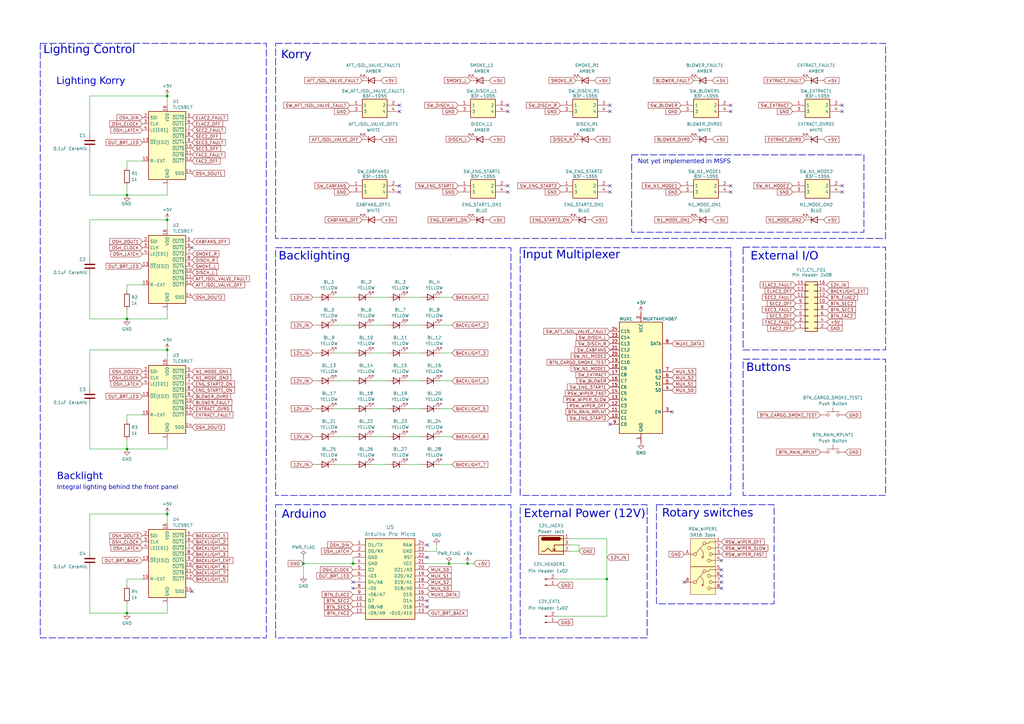
<source format=kicad_sch>
(kicad_sch (version 20231120) (generator "eeschema") (generator_version "8.0")
  (paper "A3")
  (title_block (title "CARGO HEAT Panel") (date "2024-12-08") (rev "V1.0") (company "S.K."))
  (junction (at 52.07 184.15))
  (junction (at 68.58 210.82))
  (junction (at 184.15 231.14))
  (junction (at 68.58 143.51))
  (junction (at 144.78 231.14))
  (junction (at 124.46 231.14))
  (junction (at 52.07 130.81))
  (junction (at 68.58 90.17))
  (junction (at 68.58 39.37))
  (junction (at 52.07 251.46))
  (junction (at 248.92 237.49))
  (junction (at 191.77 231.14))
  (junction (at 52.07 80.01))
  (no_connect (at 175.26 246.38))
  (no_connect (at 175.26 228.6))
  (no_connect (at 208.28 45.72))
  (no_connect (at 144.78 238.76))
  (no_connect (at 299.72 43.18))
  (no_connect (at 280.67 238.76))
  (no_connect (at 299.72 78.74))
  (no_connect (at 208.28 43.18))
  (no_connect (at 299.72 45.72))
  (no_connect (at 345.44 78.74))
  (no_connect (at 299.72 76.2))
  (no_connect (at 275.59 168.91))
  (no_connect (at 175.26 223.52))
  (no_connect (at 250.19 173.99))
  (no_connect (at 208.28 78.74))
  (no_connect (at 295.91 241.3))
  (no_connect (at 208.28 76.2))
  (no_connect (at 250.19 43.18))
  (no_connect (at 163.83 43.18))
  (no_connect (at 345.44 45.72))
  (no_connect (at 175.26 248.92))
  (no_connect (at 163.83 78.74))
  (no_connect (at 144.78 241.3))
  (no_connect (at 295.91 233.68))
  (no_connect (at 345.44 43.18))
  (no_connect (at 295.91 238.76))
  (no_connect (at 250.19 76.2))
  (no_connect (at 78.74 101.6))
  (no_connect (at 295.91 229.87))
  (no_connect (at 163.83 76.2))
  (no_connect (at 295.91 236.22))
  (no_connect (at 163.83 45.72))
  (no_connect (at 250.19 78.74))
  (no_connect (at 78.74 242.57))
  (no_connect (at 250.19 45.72))
  (no_connect (at 345.44 76.2))
  (wire (pts (xy 52.07 127) (xy 52.07 130.81)))
  (wire (pts (xy 248.92 220.98) (xy 248.92 237.49)))
  (wire (pts (xy 36.83 184.15) (xy 52.07 184.15)))
  (wire (pts (xy 137.16 133.35) (xy 144.78 133.35)))
  (wire (pts (xy 152.4 121.92) (xy 158.75 121.92)))
  (wire (pts (xy 180.34 156.21) (xy 185.42 156.21)))
  (wire (pts (xy 180.34 167.64) (xy 185.42 167.64)))
  (wire (pts (xy 52.07 80.01) (xy 68.58 80.01)))
  (wire (pts (xy 52.07 116.84) (xy 52.07 119.38)))
  (wire (pts (xy 36.83 80.01) (xy 52.07 80.01)))
  (wire (pts (xy 36.83 113.03) (xy 36.83 130.81)))
  (wire (pts (xy 129.54 156.21) (xy 128.27 156.21)))
  (wire (pts (xy 36.83 210.82) (xy 68.58 210.82)))
  (wire (pts (xy 68.58 90.17) (xy 68.58 93.98)))
  (wire (pts (xy 152.4 167.64) (xy 158.75 167.64)))
  (wire (pts (xy 36.83 251.46) (xy 52.07 251.46)))
  (wire (pts (xy 52.07 184.15) (xy 68.58 184.15)))
  (wire (pts (xy 233.68 220.98) (xy 248.92 220.98)))
  (wire (pts (xy 36.83 130.81) (xy 52.07 130.81)))
  (wire (pts (xy 68.58 80.01) (xy 68.58 76.2)))
  (wire (pts (xy 52.07 76.2) (xy 52.07 80.01)))
  (wire (pts (xy 36.83 39.37) (xy 36.83 54.61)))
  (wire (pts (xy 233.68 226.06) (xy 237.49 226.06)))
  (wire (pts (xy 180.34 179.07) (xy 185.42 179.07)))
  (wire (pts (xy 124.46 231.14) (xy 144.78 231.14)))
  (wire (pts (xy 179.07 226.06) (xy 179.07 223.52)))
  (wire (pts (xy 124.46 228.6) (xy 124.46 231.14)))
  (wire (pts (xy 180.34 121.92) (xy 185.42 121.92)))
  (wire (pts (xy 228.6 237.49) (xy 248.92 237.49)))
  (wire (pts (xy 128.27 121.92) (xy 129.54 121.92)))
  (wire (pts (xy 137.16 179.07) (xy 144.78 179.07)))
  (wire (pts (xy 58.42 66.04) (xy 52.07 66.04)))
  (wire (pts (xy 52.07 247.65) (xy 52.07 251.46)))
  (wire (pts (xy 237.49 223.52) (xy 237.49 226.06)))
  (wire (pts (xy 52.07 180.34) (xy 52.07 184.15)))
  (wire (pts (xy 137.16 121.92) (xy 144.78 121.92)))
  (wire (pts (xy 137.16 156.21) (xy 144.78 156.21)))
  (wire (pts (xy 152.4 179.07) (xy 158.75 179.07)))
  (wire (pts (xy 166.37 133.35) (xy 172.72 133.35)))
  (wire (pts (xy 166.37 121.92) (xy 172.72 121.92)))
  (wire (pts (xy 68.58 130.81) (xy 68.58 127)))
  (wire (pts (xy 58.42 116.84) (xy 52.07 116.84)))
  (wire (pts (xy 175.26 226.06) (xy 179.07 226.06)))
  (wire (pts (xy 68.58 143.51) (xy 68.58 147.32)))
  (wire (pts (xy 36.83 166.37) (xy 36.83 184.15)))
  (wire (pts (xy 152.4 156.21) (xy 158.75 156.21)))
  (wire (pts (xy 36.83 62.23) (xy 36.83 80.01)))
  (wire (pts (xy 124.46 236.22) (xy 124.46 231.14)))
  (wire (pts (xy 129.54 133.35) (xy 128.27 133.35)))
  (wire (pts (xy 180.34 133.35) (xy 185.42 133.35)))
  (wire (pts (xy 52.07 237.49) (xy 52.07 240.03)))
  (wire (pts (xy 166.37 190.5) (xy 172.72 190.5)))
  (wire (pts (xy 152.4 133.35) (xy 158.75 133.35)))
  (wire (pts (xy 175.26 231.14) (xy 184.15 231.14)))
  (wire (pts (xy 68.58 39.37) (xy 68.58 43.18)))
  (wire (pts (xy 129.54 179.07) (xy 128.27 179.07)))
  (wire (pts (xy 166.37 156.21) (xy 172.72 156.21)))
  (wire (pts (xy 58.42 170.18) (xy 52.07 170.18)))
  (wire (pts (xy 180.34 190.5) (xy 185.42 190.5)))
  (wire (pts (xy 233.68 223.52) (xy 237.49 223.52)))
  (wire (pts (xy 36.83 143.51) (xy 36.83 158.75)))
  (wire (pts (xy 248.92 252.73) (xy 248.92 237.49)))
  (wire (pts (xy 137.16 167.64) (xy 144.78 167.64)))
  (wire (pts (xy 52.07 66.04) (xy 52.07 68.58)))
  (wire (pts (xy 52.07 170.18) (xy 52.07 172.72)))
  (wire (pts (xy 68.58 184.15) (xy 68.58 180.34)))
  (wire (pts (xy 36.83 143.51) (xy 68.58 143.51)))
  (wire (pts (xy 36.83 210.82) (xy 36.83 226.06)))
  (wire (pts (xy 152.4 144.78) (xy 158.75 144.78)))
  (wire (pts (xy 36.83 233.68) (xy 36.83 251.46)))
  (wire (pts (xy 184.15 231.14) (xy 191.77 231.14)))
  (wire (pts (xy 191.77 231.14) (xy 194.31 231.14)))
  (wire (pts (xy 36.83 39.37) (xy 68.58 39.37)))
  (wire (pts (xy 166.37 144.78) (xy 172.72 144.78)))
  (wire (pts (xy 152.4 190.5) (xy 158.75 190.5)))
  (wire (pts (xy 129.54 190.5) (xy 128.27 190.5)))
  (wire (pts (xy 137.16 190.5) (xy 144.78 190.5)))
  (wire (pts (xy 166.37 167.64) (xy 172.72 167.64)))
  (wire (pts (xy 52.07 130.81) (xy 68.58 130.81)))
  (wire (pts (xy 68.58 210.82) (xy 68.58 214.63)))
  (wire (pts (xy 36.83 90.17) (xy 36.83 105.41)))
  (wire (pts (xy 228.6 252.73) (xy 248.92 252.73)))
  (wire (pts (xy 166.37 179.07) (xy 172.72 179.07)))
  (wire (pts (xy 144.78 228.6) (xy 144.78 231.14)))
  (wire (pts (xy 180.34 144.78) (xy 185.42 144.78)))
  (wire (pts (xy 68.58 251.46) (xy 68.58 247.65)))
  (wire (pts (xy 36.83 90.17) (xy 68.58 90.17)))
  (wire (pts (xy 129.54 167.64) (xy 128.27 167.64)))
  (wire (pts (xy 129.54 144.78) (xy 128.27 144.78)))
  (wire (pts (xy 137.16 144.78) (xy 144.78 144.78)))
  (wire (pts (xy 58.42 237.49) (xy 52.07 237.49)))
  (wire (pts (xy 52.07 251.46) (xy 68.58 251.46)))
  (rectangle (start 213.36 207.01) (end 265.43 261.62) (stroke (width 0.254) (type dash)))
  (rectangle (start 16.51 17.78) (end 109.22 261.62) (stroke (width 0.254) (type dash)))
  (rectangle (start 269.24 207.01) (end 317.5 247.65) (stroke (width 0.254) (type dash)))
  (rectangle (start 213.36 101.6) (end 299.72 203.2) (stroke (width 0.254) (type dash)))
  (rectangle (start 113.0299 101.6) (end 209.55 203.2) (stroke (width 0.254) (type dash)))
  (rectangle (start 113.03 207.01) (end 209.55 261.62) (stroke (width 0.254) (type dash)))
  (rectangle (start 304.8 101.3834) (end 363.22 143.51) (stroke (width 0.254) (type dash)))
  (rectangle (start 259.08 63.5) (end 354.33 95.25) (stroke (width 0.254) (type dash)))
  (rectangle (start 113.03 17.78) (end 363.22 97.79) (stroke (width 0.254) (type dash)))
  (rectangle (start 304.8 147.32) (end 363.22 203.2) (stroke (width 0.254) (type dash)))
  (text "Backlighting" (at 114.3 104.14 0) (effects (font (size 3.3782 3.3782)) (justify left top)))
  (text "Buttons" (at 306.07 149.86 0) (effects (font (size 3.3782 3.3782)) (justify left top)))
  (text "Arduino" (at 115.57 210.058 0) (effects (font (size 3.3782 3.3782)) (justify left top)))
  (text "Not yet implemented in MSFS" (at 261.62 65.786 0) (effects (font (size 1.8288 1.8288)) (justify left top)))
  (text "Korry" (at 115.316 21.59 0) (effects (font (size 3.3782 3.3782)) (justify left top)))
  (text "Input Multiplexer" (at 214.376 103.632 0) (effects (font (size 3.3782 3.3782)) (justify left top)))
  (text "External I/O" (at 307.848 104.14 0) (effects (font (size 3.3782 3.3782)) (justify left top)))
  (text "External Power (12V)" (at 214.884 209.804 0) (effects (font (size 3.3782 3.3782)) (justify left top)))
  (text "Lighting Korry" (at 23.114 32.512 0) (effects (font (size 2.8956 2.8956)) (justify left top)))
  (text "Lighting Control" (at 17.78 19.4818 0) (effects (font (size 3.3782 3.3782)) (justify left top)))
  (text "Integral lighting behind the front panel" (at 23.368 199.4408 0) (effects (font (size 1.8288 1.8288)) (justify left top)))
  (text "Backlight" (at 23.368 194.564 0) (effects (font (size 2.8956 2.8956)) (justify left top)))
  (text "Rotary switches" (at 271.526 209.55 0) (effects (font (size 3.3782 3.3782)) (justify left top)))
  (global_label "OSH_LATCH" (shape input) (at 144.78 226.06 180) (property "Intersheetrefs" "${INTERSHEET_REFS}" (effects (hide yes))))
  (global_label "+5V" (shape input) (at 337.82 57.15 0) (property "Intersheetrefs" "${INTERSHEET_REFS}" (effects (hide yes))))
  (global_label "12V_IN" (shape input) (at 128.27 167.64 180) (property "Intersheetrefs" "${INTERSHEET_REFS}" (effects (hide yes))))
  (global_label "SW_DISCH_L" (shape input) (at 250.19 138.43 180) (property "Intersheetrefs" "${INTERSHEET_REFS}" (effects (hide yes))))
  (global_label "RSW_WIPER_FAST" (shape input) (at 250.19 161.29 180) (property "Intersheetrefs" "${INTERSHEET_REFS}" (effects (hide yes))))
  (global_label "GND" (shape input) (at 187.96 45.72 180) (property "Intersheetrefs" "${INTERSHEET_REFS}" (effects (hide yes))))
  (global_label "MUX1_DATA" (shape input) (at 275.59 140.97 0) (property "Intersheetrefs" "${INTERSHEET_REFS}" (effects (hide yes))))
  (global_label "GND" (shape input) (at 124.46 231.14 180) (property "Intersheetrefs" "${INTERSHEET_REFS}" (effects (hide yes))))
  (global_label "GND" (shape input) (at 279.4 45.72 180) (property "Intersheetrefs" "${INTERSHEET_REFS}" (effects (hide yes))))
  (global_label "GND" (shape input) (at 339.09 134.62 0) (property "Intersheetrefs" "${INTERSHEET_REFS}" (effects (hide yes))))
  (global_label "RSW_WIPER_OFF" (shape input) (at 250.19 166.37 180) (property "Intersheetrefs" "${INTERSHEET_REFS}" (effects (hide yes))))
  (global_label "SW_N1_MODE2" (shape input) (at 250.19 146.05 180) (property "Intersheetrefs" "${INTERSHEET_REFS}" (effects (hide yes))))
  (global_label "OUT_BRT_LED" (shape input) (at 144.78 236.22 180) (property "Intersheetrefs" "${INTERSHEET_REFS}" (effects (hide yes))))
  (global_label "N1_MODE_ON2" (shape input) (at 330.2 90.17 180) (property "Intersheetrefs" "${INTERSHEET_REFS}" (effects (hide yes))))
  (global_label "RSW_WIPER_OFF" (shape input) (at 295.91 222.25 0) (property "Intersheetrefs" "${INTERSHEET_REFS}" (effects (hide yes))))
  (global_label "+5V" (shape input) (at 337.82 90.17 0) (property "Intersheetrefs" "${INTERSHEET_REFS}" (effects (hide yes))))
  (global_label "OSH_DOUT3" (shape input) (at 78.74 175.26 0) (property "Intersheetrefs" "${INTERSHEET_REFS}" (effects (hide yes))))
  (global_label "BTN_SEC3" (shape input) (at 144.78 248.92 180) (property "Intersheetrefs" "${INTERSHEET_REFS}" (effects (hide yes))))
  (global_label "+5V" (shape input) (at 156.21 90.17 0) (property "Intersheetrefs" "${INTERSHEET_REFS}" (effects (hide yes))))
  (global_label "ENG_START2_ON" (shape input) (at 78.74 157.48 0) (property "Intersheetrefs" "${INTERSHEET_REFS}" (effects (hide yes))))
  (global_label "+5V" (shape input) (at 339.09 132.08 0) (property "Intersheetrefs" "${INTERSHEET_REFS}" (effects (hide yes))))
  (global_label "MUX_S2" (shape input) (at 175.26 238.76 0) (property "Intersheetrefs" "${INTERSHEET_REFS}" (effects (hide yes))))
  (global_label "SW_ENG_START1" (shape input) (at 187.96 76.2 180) (property "Intersheetrefs" "${INTERSHEET_REFS}" (effects (hide yes))))
  (global_label "SW_N1_MODE2" (shape input) (at 325.12 76.2 180) (property "Intersheetrefs" "${INTERSHEET_REFS}" (effects (hide yes))))
  (global_label "AFT_ISOL_VALVE_FAULT" (shape input) (at 148.59 33.02 180) (property "Intersheetrefs" "${INTERSHEET_REFS}" (effects (hide yes))))
  (global_label "ELAC2_OFF" (shape input) (at 78.74 50.8 0) (property "Intersheetrefs" "${INTERSHEET_REFS}" (effects (hide yes))))
  (global_label "12V_IN" (shape input) (at 339.09 116.84 0) (property "Intersheetrefs" "${INTERSHEET_REFS}" (effects (hide yes))))
  (global_label "BACKLIGHT_3" (shape input) (at 185.42 144.78 0) (property "Intersheetrefs" "${INTERSHEET_REFS}" (effects (hide yes))))
  (global_label "SMOKE_R" (shape input) (at 236.22 33.02 180) (property "Intersheetrefs" "${INTERSHEET_REFS}" (effects (hide yes))))
  (global_label "+5V" (shape input) (at 200.66 57.15 0) (property "Intersheetrefs" "${INTERSHEET_REFS}" (effects (hide yes))))
  (global_label "GND" (shape input) (at 228.6 240.03 0) (property "Intersheetrefs" "${INTERSHEET_REFS}" (effects (hide yes))))
  (global_label "BACKLIGHT_4" (shape input) (at 78.74 224.79 0) (property "Intersheetrefs" "${INTERSHEET_REFS}" (effects (hide yes))))
  (global_label "BACKLIGHT_1" (shape input) (at 185.42 121.92 0) (property "Intersheetrefs" "${INTERSHEET_REFS}" (effects (hide yes))))
  (global_label "BTN_ELAC2" (shape input) (at 339.09 121.92 0) (property "Intersheetrefs" "${INTERSHEET_REFS}" (effects (hide yes))))
  (global_label "+5V" (shape input) (at 156.21 33.02 0) (property "Intersheetrefs" "${INTERSHEET_REFS}" (effects (hide yes))))
  (global_label "N1_MODE_ON1" (shape input) (at 284.48 90.17 180) (property "Intersheetrefs" "${INTERSHEET_REFS}" (effects (hide yes))))
  (global_label "AFT_ISOL_VALVE_OFF" (shape input) (at 148.59 57.15 180) (property "Intersheetrefs" "${INTERSHEET_REFS}" (effects (hide yes))))
  (global_label "+5V" (shape input) (at 292.1 57.15 0) (property "Intersheetrefs" "${INTERSHEET_REFS}" (effects (hide yes))))
  (global_label "DISCH_L" (shape input) (at 193.04 57.15 180) (property "Intersheetrefs" "${INTERSHEET_REFS}" (effects (hide yes))))
  (global_label "+5V" (shape input) (at 243.84 33.02 0) (property "Intersheetrefs" "${INTERSHEET_REFS}" (effects (hide yes))))
  (global_label "FAC2_OFF" (shape input) (at 326.39 134.62 180) (property "Intersheetrefs" "${INTERSHEET_REFS}" (effects (hide yes))))
  (global_label "ENG_START1_ON" (shape input) (at 78.74 160.02 0) (property "Intersheetrefs" "${INTERSHEET_REFS}" (effects (hide yes))))
  (global_label "OUT_BRT_BACK" (shape input) (at 175.26 251.46 0) (property "Intersheetrefs" "${INTERSHEET_REFS}" (effects (hide yes))))
  (global_label "SW_N1_MODE1" (shape input) (at 250.19 151.13 180) (property "Intersheetrefs" "${INTERSHEET_REFS}" (effects (hide yes))))
  (global_label "SW_ENG_START2" (shape input) (at 250.19 171.45 180) (property "Intersheetrefs" "${INTERSHEET_REFS}" (effects (hide yes))))
  (global_label "SW_ENG_START1" (shape input) (at 250.19 158.75 180) (property "Intersheetrefs" "${INTERSHEET_REFS}" (effects (hide yes))))
  (global_label "AFT_ISOL_VALVE_FAULT" (shape input) (at 78.74 114.3 0) (property "Intersheetrefs" "${INTERSHEET_REFS}" (effects (hide yes))))
  (global_label "CABFANS_OFF" (shape input) (at 148.59 90.17 180) (property "Intersheetrefs" "${INTERSHEET_REFS}" (effects (hide yes))))
  (global_label "+5V" (shape input) (at 200.66 33.02 0) (property "Intersheetrefs" "${INTERSHEET_REFS}" (effects (hide yes))))
  (global_label "BTN_SEC2" (shape input) (at 339.09 124.46 0) (property "Intersheetrefs" "${INTERSHEET_REFS}" (effects (hide yes))))
  (global_label "GND" (shape input) (at 229.87 45.72 180) (property "Intersheetrefs" "${INTERSHEET_REFS}" (effects (hide yes))))
  (global_label "12V_IN" (shape input) (at 248.92 228.6 0) (property "Intersheetrefs" "${INTERSHEET_REFS}" (effects (hide yes))))
  (global_label "BACKLIGHT_EXT" (shape input) (at 339.09 119.38 0) (property "Intersheetrefs" "${INTERSHEET_REFS}" (effects (hide yes))))
  (global_label "SMOKE_L" (shape input) (at 78.74 109.22 0) (property "Intersheetrefs" "${INTERSHEET_REFS}" (effects (hide yes))))
  (global_label "SEC2_FAULT" (shape input) (at 326.39 121.92 180) (property "Intersheetrefs" "${INTERSHEET_REFS}" (effects (hide yes))))
  (global_label "SEC3_FAULT" (shape input) (at 78.74 58.42 0) (property "Intersheetrefs" "${INTERSHEET_REFS}" (effects (hide yes))))
  (global_label "+5V" (shape input) (at 243.84 57.15 0) (property "Intersheetrefs" "${INTERSHEET_REFS}" (effects (hide yes))))
  (global_label "12V_IN" (shape input) (at 128.27 121.92 180) (property "Intersheetrefs" "${INTERSHEET_REFS}" (effects (hide yes))))
  (global_label "BACKLIGHT_6" (shape input) (at 185.42 179.07 0) (property "Intersheetrefs" "${INTERSHEET_REFS}" (effects (hide yes))))
  (global_label "BTN_FAC2" (shape input) (at 144.78 251.46 180) (property "Intersheetrefs" "${INTERSHEET_REFS}" (effects (hide yes))))
  (global_label "GND" (shape input) (at 279.4 78.74 180) (property "Intersheetrefs" "${INTERSHEET_REFS}" (effects (hide yes))))
  (global_label "OSH_LATCH" (shape input) (at 58.42 224.79 180) (property "Intersheetrefs" "${INTERSHEET_REFS}" (effects (hide yes))))
  (global_label "MUX_S2" (shape input) (at 275.59 154.94 0) (property "Intersheetrefs" "${INTERSHEET_REFS}" (effects (hide yes))))
  (global_label "OSH_LATCH" (shape input) (at 58.42 53.34 180) (property "Intersheetrefs" "${INTERSHEET_REFS}" (effects (hide yes))))
  (global_label "SW_EXTRACT" (shape input) (at 250.19 153.67 180) (property "Intersheetrefs" "${INTERSHEET_REFS}" (effects (hide yes))))
  (global_label "DISCH_L" (shape input) (at 78.74 111.76 0) (property "Intersheetrefs" "${INTERSHEET_REFS}" (effects (hide yes))))
  (global_label "SW_ENG_START2" (shape input) (at 229.87 76.2 180) (property "Intersheetrefs" "${INTERSHEET_REFS}" (effects (hide yes))))
  (global_label "GND" (shape input) (at 143.51 78.74 180) (property "Intersheetrefs" "${INTERSHEET_REFS}" (effects (hide yes))))
  (global_label "BTN_RAIN_RPLNT" (shape input) (at 336.55 185.42 180) (property "Intersheetrefs" "${INTERSHEET_REFS}" (effects (hide yes))))
  (global_label "ENG_START2_ON" (shape input) (at 234.95 90.17 180) (property "Intersheetrefs" "${INTERSHEET_REFS}" (effects (hide yes))))
  (global_label "+5V" (shape input) (at 337.82 33.02 0) (property "Intersheetrefs" "${INTERSHEET_REFS}" (effects (hide yes))))
  (global_label "SW_N1_MODE1" (shape input) (at 279.4 76.2 180) (property "Intersheetrefs" "${INTERSHEET_REFS}" (effects (hide yes))))
  (global_label "+5V" (shape input) (at 292.1 90.17 0) (property "Intersheetrefs" "${INTERSHEET_REFS}" (effects (hide yes))))
  (global_label "BACKLIGHT_1" (shape input) (at 78.74 219.71 0) (property "Intersheetrefs" "${INTERSHEET_REFS}" (effects (hide yes))))
  (global_label "DISCH_R" (shape input) (at 236.22 57.15 180) (property "Intersheetrefs" "${INTERSHEET_REFS}" (effects (hide yes))))
  (global_label "BACKLIGHT_7" (shape input) (at 78.74 234.95 0) (property "Intersheetrefs" "${INTERSHEET_REFS}" (effects (hide yes))))
  (global_label "SEC3_OFF" (shape input) (at 78.74 60.96 0) (property "Intersheetrefs" "${INTERSHEET_REFS}" (effects (hide yes))))
  (global_label "12V_IN" (shape input) (at 128.27 144.78 180) (property "Intersheetrefs" "${INTERSHEET_REFS}" (effects (hide yes))))
  (global_label "GND" (shape input) (at 228.6 255.27 0) (property "Intersheetrefs" "${INTERSHEET_REFS}" (effects (hide yes))))
  (global_label "OSH_DOUT3" (shape input) (at 58.42 219.71 180) (property "Intersheetrefs" "${INTERSHEET_REFS}" (effects (hide yes))))
  (global_label "GND" (shape input) (at 325.12 78.74 180) (property "Intersheetrefs" "${INTERSHEET_REFS}" (effects (hide yes))))
  (global_label "BTN_SEC3" (shape input) (at 339.09 127 0) (property "Intersheetrefs" "${INTERSHEET_REFS}" (effects (hide yes))))
  (global_label "+5V" (shape input) (at 194.31 231.14 0) (property "Intersheetrefs" "${INTERSHEET_REFS}" (effects (hide yes))))
  (global_label "EXTRACT_FAULT" (shape input) (at 330.2 33.02 180) (property "Intersheetrefs" "${INTERSHEET_REFS}" (effects (hide yes))))
  (global_label "OUT_BRT_BACK" (shape input) (at 58.42 229.87 180) (property "Intersheetrefs" "${INTERSHEET_REFS}" (effects (hide yes))))
  (global_label "OSH_CLOCK" (shape input) (at 58.42 101.6 180) (property "Intersheetrefs" "${INTERSHEET_REFS}" (effects (hide yes))))
  (global_label "FAC2_OFF" (shape input) (at 78.74 66.04 0) (property "Intersheetrefs" "${INTERSHEET_REFS}" (effects (hide yes))))
  (global_label "MUX_S3" (shape input) (at 275.59 152.4 0) (property "Intersheetrefs" "${INTERSHEET_REFS}" (effects (hide yes))))
  (global_label "MUX1_DATA" (shape input) (at 175.26 243.84 0) (property "Intersheetrefs" "${INTERSHEET_REFS}" (effects (hide yes))))
  (global_label "RSW_WIPER_FAST" (shape input) (at 295.91 227.33 0) (property "Intersheetrefs" "${INTERSHEET_REFS}" (effects (hide yes))))
  (global_label "DISCH_R" (shape input) (at 78.74 106.68 0) (property "Intersheetrefs" "${INTERSHEET_REFS}" (effects (hide yes))))
  (global_label "12V_IN" (shape input) (at 128.27 133.35 180) (property "Intersheetrefs" "${INTERSHEET_REFS}" (effects (hide yes))))
  (global_label "SW_DISCH_R" (shape input) (at 229.87 43.18 180) (property "Intersheetrefs" "${INTERSHEET_REFS}" (effects (hide yes))))
  (global_label "ELAC2_OFF" (shape input) (at 326.39 119.38 180) (property "Intersheetrefs" "${INTERSHEET_REFS}" (effects (hide yes))))
  (global_label "MUX_S0" (shape input) (at 175.26 233.68 0) (property "Intersheetrefs" "${INTERSHEET_REFS}" (effects (hide yes))))
  (global_label "N1_MODE_ON2" (shape input) (at 78.74 154.94 0) (property "Intersheetrefs" "${INTERSHEET_REFS}" (effects (hide yes))))
  (global_label "ELAC2_FAULT" (shape input) (at 78.74 48.26 0) (property "Intersheetrefs" "${INTERSHEET_REFS}" (effects (hide yes))))
  (global_label "GND" (shape input) (at 229.87 78.74 180) (property "Intersheetrefs" "${INTERSHEET_REFS}" (effects (hide yes))))
  (global_label "OSH_DIN" (shape input) (at 58.42 48.26 180) (property "Intersheetrefs" "${INTERSHEET_REFS}" (effects (hide yes))))
  (global_label "BLOWER_FAULT" (shape input) (at 284.48 33.02 180) (property "Intersheetrefs" "${INTERSHEET_REFS}" (effects (hide yes))))
  (global_label "FAC2_FAULT" (shape input) (at 326.39 132.08 180) (property "Intersheetrefs" "${INTERSHEET_REFS}" (effects (hide yes))))
  (global_label "12V_IN" (shape input) (at 128.27 156.21 180) (property "Intersheetrefs" "${INTERSHEET_REFS}" (effects (hide yes))))
  (global_label "OSH_CLOCK" (shape input) (at 144.78 233.68 180) (property "Intersheetrefs" "${INTERSHEET_REFS}" (effects (hide yes))))
  (global_label "OSH_DOUT2" (shape input) (at 58.42 152.4 180) (property "Intersheetrefs" "${INTERSHEET_REFS}" (effects (hide yes))))
  (global_label "BLOWER_OVRD" (shape input) (at 284.48 57.15 180) (property "Intersheetrefs" "${INTERSHEET_REFS}" (effects (hide yes))))
  (global_label "MUX_S0" (shape input) (at 275.59 160.02 0) (property "Intersheetrefs" "${INTERSHEET_REFS}" (effects (hide yes))))
  (global_label "BACKLIGHT_EXT" (shape input) (at 78.74 229.87 0) (property "Intersheetrefs" "${INTERSHEET_REFS}" (effects (hide yes))))
  (global_label "EXTRACT_OVRD" (shape input) (at 330.2 57.15 180) (property "Intersheetrefs" "${INTERSHEET_REFS}" (effects (hide yes))))
  (global_label "SMOKE_R" (shape input) (at 78.74 104.14 0) (property "Intersheetrefs" "${INTERSHEET_REFS}" (effects (hide yes))))
  (global_label "OSH_DOUT1" (shape input) (at 78.74 71.12 0) (property "Intersheetrefs" "${INTERSHEET_REFS}" (effects (hide yes))))
  (global_label "MUX_S1" (shape input) (at 175.26 236.22 0) (property "Intersheetrefs" "${INTERSHEET_REFS}" (effects (hide yes))))
  (global_label "SEC2_FAULT" (shape input) (at 78.74 53.34 0) (property "Intersheetrefs" "${INTERSHEET_REFS}" (effects (hide yes))))
  (global_label "BTN_ELAC2" (shape input) (at 144.78 243.84 180) (property "Intersheetrefs" "${INTERSHEET_REFS}" (effects (hide yes))))
  (global_label "SW_AFT_ISOL_VALVE_FAULT" (shape input) (at 250.19 135.89 180) (property "Intersheetrefs" "${INTERSHEET_REFS}" (effects (hide yes))))
  (global_label "OSH_DOUT1" (shape input) (at 58.42 99.06 180) (property "Intersheetrefs" "${INTERSHEET_REFS}" (effects (hide yes))))
  (global_label "GND" (shape input) (at 346.71 185.42 0) (property "Intersheetrefs" "${INTERSHEET_REFS}" (effects (hide yes))))
  (global_label "GND" (shape input) (at 325.12 45.72 180) (property "Intersheetrefs" "${INTERSHEET_REFS}" (effects (hide yes))))
  (global_label "ENG_START1_ON" (shape input) (at 193.04 90.17 180) (property "Intersheetrefs" "${INTERSHEET_REFS}" (effects (hide yes))))
  (global_label "+5V" (shape input) (at 156.21 57.15 0) (property "Intersheetrefs" "${INTERSHEET_REFS}" (effects (hide yes))))
  (global_label "MUX_S1" (shape input) (at 275.59 157.48 0) (property "Intersheetrefs" "${INTERSHEET_REFS}" (effects (hide yes))))
  (global_label "OSH_DOUT2" (shape input) (at 78.74 121.92 0) (property "Intersheetrefs" "${INTERSHEET_REFS}" (effects (hide yes))))
  (global_label "OSH_LATCH" (shape input) (at 58.42 157.48 180) (property "Intersheetrefs" "${INTERSHEET_REFS}" (effects (hide yes))))
  (global_label "+5V" (shape input) (at 292.1 33.02 0) (property "Intersheetrefs" "${INTERSHEET_REFS}" (effects (hide yes))))
  (global_label "GND" (shape input) (at 187.96 78.74 180) (property "Intersheetrefs" "${INTERSHEET_REFS}" (effects (hide yes))))
  (global_label "BACKLIGHT_5" (shape input) (at 78.74 237.49 0) (property "Intersheetrefs" "${INTERSHEET_REFS}" (effects (hide yes))))
  (global_label "OUT_BRT_LED" (shape input) (at 58.42 162.56 180) (property "Intersheetrefs" "${INTERSHEET_REFS}" (effects (hide yes))))
  (global_label "BTN_CARGO_SMOKE_TEST" (shape input) (at 250.19 148.59 180) (property "Intersheetrefs" "${INTERSHEET_REFS}" (effects (hide yes))))
  (global_label "EXTRACT_FAULT" (shape input) (at 78.74 170.18 0) (property "Intersheetrefs" "${INTERSHEET_REFS}" (effects (hide yes))))
  (global_label "N1_MODE_ON1" (shape input) (at 78.74 152.4 0) (property "Intersheetrefs" "${INTERSHEET_REFS}" (effects (hide yes))))
  (global_label "SW_BLOWER" (shape input) (at 250.19 156.21 180) (property "Intersheetrefs" "${INTERSHEET_REFS}" (effects (hide yes))))
  (global_label "OSH_CLOCK" (shape input) (at 58.42 222.25 180) (property "Intersheetrefs" "${INTERSHEET_REFS}" (effects (hide yes))))
  (global_label "SW_CABFANS" (shape input) (at 143.51 76.2 180) (property "Intersheetrefs" "${INTERSHEET_REFS}" (effects (hide yes))))
  (global_label "BTN_FAC2" (shape input) (at 339.09 129.54 0) (property "Intersheetrefs" "${INTERSHEET_REFS}" (effects (hide yes))))
  (global_label "CABFANS_OFF" (shape input) (at 78.74 99.06 0) (property "Intersheetrefs" "${INTERSHEET_REFS}" (effects (hide yes))))
  (global_label "BACKLIGHT_7" (shape input) (at 185.42 190.5 0) (property "Intersheetrefs" "${INTERSHEET_REFS}" (effects (hide yes))))
  (global_label "OUT_BRT_LED" (shape input) (at 58.42 58.42 180) (property "Intersheetrefs" "${INTERSHEET_REFS}" (effects (hide yes))))
  (global_label "BACKLIGHT_2" (shape input) (at 78.74 222.25 0) (property "Intersheetrefs" "${INTERSHEET_REFS}" (effects (hide yes))))
  (global_label "+5V" (shape input) (at 200.66 90.17 0) (property "Intersheetrefs" "${INTERSHEET_REFS}" (effects (hide yes))))
  (global_label "BTN_SEC2" (shape input) (at 144.78 246.38 180) (property "Intersheetrefs" "${INTERSHEET_REFS}" (effects (hide yes))))
  (global_label "BACKLIGHT_5" (shape input) (at 185.42 167.64 0) (property "Intersheetrefs" "${INTERSHEET_REFS}" (effects (hide yes))))
  (global_label "GND" (shape input) (at 237.49 226.06 0) (property "Intersheetrefs" "${INTERSHEET_REFS}" (effects (hide yes))))
  (global_label "OUT_BRT_LED" (shape input) (at 58.42 109.22 180) (property "Intersheetrefs" "${INTERSHEET_REFS}" (effects (hide yes))))
  (global_label "BLOWER_OVRD" (shape input) (at 78.74 162.56 0) (property "Intersheetrefs" "${INTERSHEET_REFS}" (effects (hide yes))))
  (global_label "SEC2_OFF" (shape input) (at 326.39 124.46 180) (property "Intersheetrefs" "${INTERSHEET_REFS}" (effects (hide yes))))
  (global_label "SW_DISCH_R" (shape input) (at 250.19 140.97 180) (property "Intersheetrefs" "${INTERSHEET_REFS}" (effects (hide yes))))
  (global_label "OSH_CLOCK" (shape input) (at 58.42 50.8 180) (property "Intersheetrefs" "${INTERSHEET_REFS}" (effects (hide yes))))
  (global_label "BACKLIGHT_3" (shape input) (at 78.74 227.33 0) (property "Intersheetrefs" "${INTERSHEET_REFS}" (effects (hide yes))))
  (global_label "12V_IN" (shape input) (at 128.27 190.5 180) (property "Intersheetrefs" "${INTERSHEET_REFS}" (effects (hide yes))))
  (global_label "SEC3_FAULT" (shape input) (at 326.39 127 180) (property "Intersheetrefs" "${INTERSHEET_REFS}" (effects (hide yes))))
  (global_label "BTN_CARGO_SMOKE_TEST" (shape input) (at 336.55 170.18 180) (property "Intersheetrefs" "${INTERSHEET_REFS}" (effects (hide yes))))
  (global_label "+5V" (shape input) (at 242.57 90.17 0) (property "Intersheetrefs" "${INTERSHEET_REFS}" (effects (hide yes))))
  (global_label "SW_EXTRACT" (shape input) (at 325.12 43.18 180) (property "Intersheetrefs" "${INTERSHEET_REFS}" (effects (hide yes))))
  (global_label "BTN_RAIN_RPLNT" (shape input) (at 250.19 168.91 180) (property "Intersheetrefs" "${INTERSHEET_REFS}" (effects (hide yes))))
  (global_label "SW_CABFANS" (shape input) (at 250.19 143.51 180) (property "Intersheetrefs" "${INTERSHEET_REFS}" (effects (hide yes))))
  (global_label "SMOKE_L" (shape input) (at 193.04 33.02 180) (property "Intersheetrefs" "${INTERSHEET_REFS}" (effects (hide yes))))
  (global_label "BACKLIGHT_4" (shape input) (at 185.42 156.21 0) (property "Intersheetrefs" "${INTERSHEET_REFS}" (effects (hide yes))))
  (global_label "OSH_LATCH" (shape input) (at 58.42 104.14 180) (property "Intersheetrefs" "${INTERSHEET_REFS}" (effects (hide yes))))
  (global_label "FAC2_FAULT" (shape input) (at 78.74 63.5 0) (property "Intersheetrefs" "${INTERSHEET_REFS}" (effects (hide yes))))
  (global_label "SW_AFT_ISOL_VALVE_FAULT" (shape input) (at 143.51 43.18 180) (property "Intersheetrefs" "${INTERSHEET_REFS}" (effects (hide yes))))
  (global_label "EXTRACT_OVRD" (shape input) (at 78.74 167.64 0) (property "Intersheetrefs" "${INTERSHEET_REFS}" (effects (hide yes))))
  (global_label "ELAC2_FAULT" (shape input) (at 326.39 116.84 180) (property "Intersheetrefs" "${INTERSHEET_REFS}" (effects (hide yes))))
  (global_label "RSW_WIPER_SLOW" (shape input) (at 295.91 224.79 0) (property "Intersheetrefs" "${INTERSHEET_REFS}" (effects (hide yes))))
  (global_label "GND" (shape input) (at 346.71 170.18 0) (property "Intersheetrefs" "${INTERSHEET_REFS}" (effects (hide yes))))
  (global_label "SW_BLOWER" (shape input) (at 279.4 43.18 180) (property "Intersheetrefs" "${INTERSHEET_REFS}" (effects (hide yes))))
  (global_label "OSH_CLOCK" (shape input) (at 58.42 154.94 180) (property "Intersheetrefs" "${INTERSHEET_REFS}" (effects (hide yes))))
  (global_label "SEC2_OFF" (shape input) (at 78.74 55.88 0) (property "Intersheetrefs" "${INTERSHEET_REFS}" (effects (hide yes))))
  (global_label "AFT_ISOL_VALVE_OFF" (shape input) (at 78.74 116.84 0) (property "Intersheetrefs" "${INTERSHEET_REFS}" (effects (hide yes))))
  (global_label "OSH_DIN" (shape input) (at 144.78 223.52 180) (property "Intersheetrefs" "${INTERSHEET_REFS}" (effects (hide yes))))
  (global_label "BACKLIGHT_6" (shape input) (at 78.74 232.41 0) (property "Intersheetrefs" "${INTERSHEET_REFS}" (effects (hide yes))))
  (global_label "SEC3_OFF" (shape input) (at 326.39 129.54 180) (property "Intersheetrefs" "${INTERSHEET_REFS}" (effects (hide yes))))
  (global_label "12V_IN" (shape input) (at 128.27 179.07 180) (property "Intersheetrefs" "${INTERSHEET_REFS}" (effects (hide yes))))
  (global_label "BLOWER_FAULT" (shape input) (at 78.74 165.1 0) (property "Intersheetrefs" "${INTERSHEET_REFS}" (effects (hide yes))))
  (global_label "BACKLIGHT_2" (shape input) (at 185.42 133.35 0) (property "Intersheetrefs" "${INTERSHEET_REFS}" (effects (hide yes))))
  (global_label "GND" (shape input) (at 143.51 45.72 180) (property "Intersheetrefs" "${INTERSHEET_REFS}" (effects (hide yes))))
  (global_label "GND" (shape input) (at 280.67 227.33 180) (property "Intersheetrefs" "${INTERSHEET_REFS}" (effects (hide yes))))
  (global_label "SW_DISCH_L" (shape input) (at 187.96 43.18 180) (property "Intersheetrefs" "${INTERSHEET_REFS}" (effects (hide yes))))
  (global_label "MUX_S3" (shape input) (at 175.26 241.3 0) (property "Intersheetrefs" "${INTERSHEET_REFS}" (effects (hide yes))))
  (global_label "RSW_WIPER_SLOW" (shape input) (at 250.19 163.83 180) (property "Intersheetrefs" "${INTERSHEET_REFS}" (effects (hide yes))))
  (symbol (lib_id "power:+5V") (at 68.58 90.17 0) (unit 1)
    (property "Reference" "#PWR07" (effects (hide yes)))
    (property "Value" "+5V" (at 68.58 86.0369 0))
    (property "Description" "Power symbol creates a global label with name \"+5V\"" (effects (hide yes)))
  )
  (symbol (lib_id "Connector:Barrel_Jack_Switch") (at 226.06 223.52 0) (unit 1)
    (property "Reference" "12V_JACK1" (at 226.06 215.5655 0))
    (property "Value" "Power Jack" (at 226.06 217.9898 0))
    (property "Footprint" "Connector_BarrelJack:BarrelJack_Horizontal" (effects (hide yes)))
    (property "Description" "DC Barrel Jack with an internal switch" (effects (hide yes)))
  )
  (symbol (lib_id "Device:LED") (at 148.59 121.92 180) (unit 1)
    (property "Reference" "BL_2" (at 150.1775 115.6165 0))
    (property "Value" "YELLOW" (at 150.1775 118.0408 0))
    (property "Footprint" "LED_THT:LED_D3.0mm" (effects (hide yes)))
    (property "Description" "Light emitting diode" (effects (hide yes)))
  )
  (symbol (lib_id "Connector:Conn_01x02_Pin") (at 223.52 240.03 0) (mirror x) (unit 1)
    (property "Reference" "12V_HEADER1" (at 225.298 231.394 0))
    (property "Value" "Pin Header 1x02" (at 224.79 234.188 0))
    (property "Footprint" "Connector_JST:JST_EH_B2B-EH-A_1x02_P2.50mm_Vertical" (effects (hide yes)))
    (property "Description" "Generic connector, single row, 01x02, script generated" (effects (hide yes)))
  )
  (symbol (lib_id "Device:LED") (at 334.01 33.02 0) (mirror x) (unit 1)
    (property "Reference" "EXTRACT_FAULT1" (at 334.772 26.7857 0))
    (property "Value" "AMBER" (at 334.772 29.21 0))
    (property "Footprint" "LED_THT:LED_D3.0mm" (effects (hide yes)))
    (property "Description" "Light emitting diode" (effects (hide yes)))
  )
  (symbol (lib_id "Device:LED") (at 162.56 167.64 180) (unit 1)
    (property "Reference" "BL_19" (at 164.1475 161.3365 0))
    (property "Value" "YELLOW" (at 164.1475 163.7608 0))
    (property "Footprint" "LED_THT:LED_D3.0mm" (effects (hide yes)))
    (property "Description" "Light emitting diode" (effects (hide yes)))
  )
  (symbol (lib_id "Device:LED") (at 162.56 190.5 180) (unit 1)
    (property "Reference" "BL_27" (at 164.1475 184.1965 0))
    (property "Value" "YELLOW" (at 164.1475 186.6208 0))
    (property "Footprint" "LED_THT:LED_D3.0mm" (effects (hide yes)))
    (property "Description" "Light emitting diode" (effects (hide yes)))
  )
  (symbol (lib_id "SamacSys_Parts:B3F-1055") (at 345.44 45.72 180) (unit 1)
    (property "Reference" "SW_EXTRACT1" (at 334.772 37.338 0))
    (property "Value" "B3F-1055" (at 335.28 39.37 0))
    (property "Footprint" "SamacSys_Parts:B3F1000" (effects (hide yes)))
    (property "Datasheet" "https://omronfs.omron.com/en_US/ecb/products/pdf/en-b3f.pdf" (effects (hide yes)))
    (property "Description" "OMRON ELECTRONIC COMPONENTS - B3F-1055 - SWITCH, TACTILE, SPST-NO, 50mA, THOUGH HOLE" (effects (hide yes)))
    (property "Mouser Part Number" "653-B3F-1055" (effects (hide yes)))
    (property "Mouser Price/Stock" "https://www.mouser.co.uk/ProductDetail/Omron-Electronics/B3F-1055?qs=1tDaWCEHQQ77i2BzV2Yqkw%3D%3D" (effects (hide yes)))
    (property "Manufacturer_Name" "Omron Electronics" (effects (hide yes)))
    (property "Manufacturer_Part_Number" "B3F-1055" (effects (hide yes)))
  )
  (symbol (lib_id "Device:R") (at 52.07 123.19 0) (unit 1)
    (property "Reference" "R2" (at 53.848 121.9778 0) (effects (justify left)))
    (property "Value" "1k" (at 53.848 124.4021 0) (effects (justify left)))
    (property "Footprint" "Resistor_THT:R_Axial_DIN0204_L3.6mm_D1.6mm_P7.62mm_Horizontal" (effects (hide yes)))
    (property "Description" "Resistor" (effects (hide yes)))
  )
  (symbol (lib_id "Arduino:Sparkfun_Pro_Micro") (at 160.02 238.76 0) (unit 1)
    (property "Reference" "U5" (at 160.02 216.2226 0) (effects (font (size 1.524 1.524))))
    (property "Value" "Arduino Pro Micro" (at 160.02 219.0555 0) (effects (font (size 1.524 1.524))))
    (property "Footprint" "Arduino:Sparkfun_Pro_Micro" (effects (hide yes)))
    (property "Datasheet" "https://www.sparkfun.com/products/12640" (effects (hide yes)))
    (property "Description" "Sparkfun Pro Micro" (effects (hide yes)))
  )
  (symbol (lib_id "SamacSys_Parts:B3F-1055") (at 208.28 78.74 180) (unit 1)
    (property "Reference" "SW_ENG_START1" (at 197.612 70.358 0))
    (property "Value" "B3F-1055" (at 198.12 72.39 0))
    (property "Footprint" "SamacSys_Parts:B3F1000" (effects (hide yes)))
    (property "Datasheet" "https://omronfs.omron.com/en_US/ecb/products/pdf/en-b3f.pdf" (effects (hide yes)))
    (property "Description" "OMRON ELECTRONIC COMPONENTS - B3F-1055 - SWITCH, TACTILE, SPST-NO, 50mA, THOUGH HOLE" (effects (hide yes)))
    (property "Mouser Part Number" "653-B3F-1055" (effects (hide yes)))
    (property "Mouser Price/Stock" "https://www.mouser.co.uk/ProductDetail/Omron-Electronics/B3F-1055?qs=1tDaWCEHQQ77i2BzV2Yqkw%3D%3D" (effects (hide yes)))
    (property "Manufacturer_Name" "Omron Electronics" (effects (hide yes)))
    (property "Manufacturer_Part_Number" "B3F-1055" (effects (hide yes)))
  )
  (symbol (lib_id "Device:LED") (at 176.53 133.35 180) (unit 1)
    (property "Reference" "BL_8" (at 178.1175 127.0465 0))
    (property "Value" "YELLOW" (at 178.1175 129.4708 0))
    (property "Footprint" "LED_THT:LED_D3.0mm" (effects (hide yes)))
    (property "Description" "Light emitting diode" (effects (hide yes)))
  )
  (symbol (lib_id "power:GND") (at 124.46 236.22 0) (mirror y) (unit 1)
    (property "Reference" "#PWR041" (effects (hide yes)))
    (property "Value" "GND" (at 124.46 240.3531 0))
    (property "Description" "Power symbol creates a global label with name \"GND\" , ground" (effects (hide yes)))
  )
  (symbol (lib_id "power:+5V") (at 68.58 39.37 0) (unit 1)
    (property "Reference" "#PWR06" (effects (hide yes)))
    (property "Value" "+5V" (at 68.58 35.2369 0))
    (property "Description" "Power symbol creates a global label with name \"+5V\"" (effects (hide yes)))
  )
  (symbol (lib_id "MyLibrary:MUX74HC4067") (at 262.89 153.67 0) (unit 1)
    (property "Reference" "MUX1" (at 254 130.81 0) (effects (justify left)))
    (property "Value" "MUX74HC4067" (at 263.652 130.81 0) (effects (justify left)))
    (property "Footprint" "My:MUX74HC4067" (effects (hide yes)))
  )
  (symbol (lib_id "Driver_LED:TLC5917") (at 68.58 229.87 0) (unit 1)
    (property "Reference" "U4" (at 70.7741 213.0255 0) (effects (justify left)))
    (property "Value" "TLC5917" (at 70.7741 215.4498 0) (effects (justify left)))
    (property "Footprint" "Package_DIP:DIP-16_W7.62mm" (effects (hide yes)))
    (property "Datasheet" "https://www.ti.com/lit/ds/symlink/tlc5917.pdf" (effects (hide yes)))
    (property "Description" "8-Channel Constant-Current LED Sink Driver, Short to VLED detection" (effects (hide yes)))
  )
  (symbol (lib_id "Device:R") (at 52.07 176.53 0) (unit 1)
    (property "Reference" "R3" (at 53.848 175.3178 0) (effects (justify left)))
    (property "Value" "1k" (at 53.848 177.7421 0) (effects (justify left)))
    (property "Footprint" "Resistor_THT:R_Axial_DIN0204_L3.6mm_D1.6mm_P7.62mm_Horizontal" (effects (hide yes)))
    (property "Description" "Resistor" (effects (hide yes)))
  )
  (symbol (lib_id "SamacSys_Parts:B3F-1055") (at 299.72 45.72 180) (unit 1)
    (property "Reference" "SW_BLOWER1" (at 289.052 37.338 0))
    (property "Value" "B3F-1055" (at 289.56 39.37 0))
    (property "Footprint" "SamacSys_Parts:B3F1000" (effects (hide yes)))
    (property "Datasheet" "https://omronfs.omron.com/en_US/ecb/products/pdf/en-b3f.pdf" (effects (hide yes)))
    (property "Description" "OMRON ELECTRONIC COMPONENTS - B3F-1055 - SWITCH, TACTILE, SPST-NO, 50mA, THOUGH HOLE" (effects (hide yes)))
    (property "Mouser Part Number" "653-B3F-1055" (effects (hide yes)))
    (property "Mouser Price/Stock" "https://www.mouser.co.uk/ProductDetail/Omron-Electronics/B3F-1055?qs=1tDaWCEHQQ77i2BzV2Yqkw%3D%3D" (effects (hide yes)))
    (property "Manufacturer_Name" "Omron Electronics" (effects (hide yes)))
    (property "Manufacturer_Part_Number" "B3F-1055" (effects (hide yes)))
  )
  (symbol (lib_id "Device:LED") (at 288.29 90.17 0) (mirror x) (unit 1)
    (property "Reference" "N1_MODE_ON1" (at 289.052 83.9357 0))
    (property "Value" "BLUE" (at 289.052 86.36 0))
    (property "Footprint" "LED_THT:LED_D3.0mm" (effects (hide yes)))
    (property "Description" "Light emitting diode" (effects (hide yes)))
  )
  (symbol (lib_id "power:GND") (at 52.07 184.15 0) (unit 1)
    (property "Reference" "#PWR01" (effects (hide yes)))
    (property "Value" "GND" (at 52.07 188.2831 0))
    (property "Description" "Power symbol creates a global label with name \"GND\" , ground" (effects (hide yes)))
  )
  (symbol (lib_id "Device:LED") (at 148.59 190.5 180) (unit 1)
    (property "Reference" "BL_26" (at 150.1775 184.1965 0))
    (property "Value" "YELLOW" (at 150.1775 186.6208 0))
    (property "Footprint" "LED_THT:LED_D3.0mm" (effects (hide yes)))
    (property "Description" "Light emitting diode" (effects (hide yes)))
  )
  (symbol (lib_id "power:GND") (at 52.07 80.01 0) (unit 1)
    (property "Reference" "#PWR03" (effects (hide yes)))
    (property "Value" "GND" (at 51.816 83.566 0))
    (property "Description" "Power symbol creates a global label with name \"GND\" , ground" (effects (hide yes)))
  )
  (symbol (lib_id "Connector_Generic:Conn_02x08_Odd_Even") (at 331.47 127 0) (mirror x) (unit 1)
    (property "Reference" "FLT_CTL_FO1" (at 332.74 110.744 0))
    (property "Value" "Pin Header 2x08" (at 332.994 112.776 0))
    (property "Footprint" "Connector_IDC:IDC-Header_2x08_P2.54mm_Vertical" (effects (hide yes)))
    (property "Description" "Generic connector, double row, 02x08, odd/even pin numbering scheme (row 1 odd numbers, row 2 even numbers), script generated (kicad-library-utils/schlib/autogen/connector/)" (effects (hide yes)))
  )
  (symbol (lib_id "Device:LED") (at 196.85 57.15 0) (mirror x) (unit 1)
    (property "Reference" "DISCH_L1" (at 197.612 50.9157 0))
    (property "Value" "AMBER" (at 197.612 53.34 0))
    (property "Footprint" "LED_THT:LED_D3.0mm" (effects (hide yes)))
    (property "Description" "Light emitting diode" (effects (hide yes)))
  )
  (symbol (lib_id "Device:LED") (at 240.03 33.02 0) (mirror x) (unit 1)
    (property "Reference" "SMOKE_R1" (at 240.792 26.7857 0))
    (property "Value" "AMBER" (at 240.792 29.21 0))
    (property "Footprint" "LED_THT:LED_D3.0mm" (effects (hide yes)))
    (property "Description" "Light emitting diode" (effects (hide yes)))
  )
  (symbol (lib_id "Device:LED") (at 288.29 57.15 0) (mirror x) (unit 1)
    (property "Reference" "BLOWER_OVRD1" (at 289.052 50.9157 0))
    (property "Value" "WHITE" (at 289.052 53.34 0))
    (property "Footprint" "LED_THT:LED_D3.0mm" (effects (hide yes)))
    (property "Description" "Light emitting diode" (effects (hide yes)))
  )
  (symbol (lib_id "Device:LED") (at 162.56 133.35 180) (unit 1)
    (property "Reference" "BL_7" (at 164.1475 127.0465 0))
    (property "Value" "YELLOW" (at 164.1475 129.4708 0))
    (property "Footprint" "LED_THT:LED_D3.0mm" (effects (hide yes)))
    (property "Description" "Light emitting diode" (effects (hide yes)))
  )
  (symbol (lib_id "Device:LED") (at 133.35 156.21 180) (unit 1)
    (property "Reference" "BL_13" (at 134.9375 149.9065 0))
    (property "Value" "YELLOW" (at 134.9375 152.3308 0))
    (property "Footprint" "LED_THT:LED_D3.0mm" (effects (hide yes)))
    (property "Description" "Light emitting diode" (effects (hide yes)))
  )
  (symbol (lib_id "Device:LED") (at 162.56 121.92 180) (unit 1)
    (property "Reference" "BL_3" (at 164.1475 115.6165 0))
    (property "Value" "YELLOW" (at 164.1475 118.0408 0))
    (property "Footprint" "LED_THT:LED_D3.0mm" (effects (hide yes)))
    (property "Description" "Light emitting diode" (effects (hide yes)))
  )
  (symbol (lib_id "Device:C") (at 36.83 162.56 0) (unit 1)
    (property "Reference" "C3" (at 32.512 159.766 0) (effects (justify left)))
    (property "Value" "0.1uF Ceramic" (at 21.844 165.1 0) (effects (justify left)))
    (property "Footprint" "Capacitor_THT:C_Disc_D3.0mm_W1.6mm_P2.50mm" (effects (hide yes)))
    (property "Description" "Unpolarized capacitor" (effects (hide yes)))
  )
  (symbol (lib_id "Device:LED") (at 133.35 167.64 180) (unit 1)
    (property "Reference" "BL_17" (at 134.9375 161.3365 0))
    (property "Value" "YELLOW" (at 134.9375 163.7608 0))
    (property "Footprint" "LED_THT:LED_D3.0mm" (effects (hide yes)))
    (property "Description" "Light emitting diode" (effects (hide yes)))
  )
  (symbol (lib_id "Device:C") (at 36.83 58.42 0) (unit 1)
    (property "Reference" "C1" (at 32.512 55.626 0) (effects (justify left)))
    (property "Value" "0.1uF Ceramic" (at 21.844 60.96 0) (effects (justify left)))
    (property "Footprint" "Capacitor_THT:C_Disc_D3.0mm_W1.6mm_P2.50mm" (effects (hide yes)))
    (property "Description" "Unpolarized capacitor" (effects (hide yes)))
  )
  (symbol (lib_id "Device:R") (at 52.07 243.84 0) (unit 1)
    (property "Reference" "R4" (at 53.848 242.6278 0) (effects (justify left)))
    (property "Value" "1k" (at 53.848 245.0521 0) (effects (justify left)))
    (property "Footprint" "Resistor_THT:R_Axial_DIN0204_L3.6mm_D1.6mm_P7.62mm_Horizontal" (effects (hide yes)))
    (property "Description" "Resistor" (effects (hide yes)))
  )
  (symbol (lib_id "Device:LED") (at 334.01 90.17 0) (mirror x) (unit 1)
    (property "Reference" "N1_MODE_ON2" (at 334.772 83.9357 0))
    (property "Value" "BLUE" (at 334.772 86.36 0))
    (property "Footprint" "LED_THT:LED_D3.0mm" (effects (hide yes)))
    (property "Description" "Light emitting diode" (effects (hide yes)))
  )
  (symbol (lib_id "SamacSys_Parts:B3F-1055") (at 208.28 45.72 180) (unit 1)
    (property "Reference" "SW_DISCH_L1" (at 197.612 37.338 0))
    (property "Value" "B3F-1055" (at 198.12 39.37 0))
    (property "Footprint" "SamacSys_Parts:B3F1000" (effects (hide yes)))
    (property "Datasheet" "https://omronfs.omron.com/en_US/ecb/products/pdf/en-b3f.pdf" (effects (hide yes)))
    (property "Description" "OMRON ELECTRONIC COMPONENTS - B3F-1055 - SWITCH, TACTILE, SPST-NO, 50mA, THOUGH HOLE" (effects (hide yes)))
    (property "Mouser Part Number" "653-B3F-1055" (effects (hide yes)))
    (property "Mouser Price/Stock" "https://www.mouser.co.uk/ProductDetail/Omron-Electronics/B3F-1055?qs=1tDaWCEHQQ77i2BzV2Yqkw%3D%3D" (effects (hide yes)))
    (property "Manufacturer_Name" "Omron Electronics" (effects (hide yes)))
    (property "Manufacturer_Part_Number" "B3F-1055" (effects (hide yes)))
  )
  (symbol (lib_id "Device:LED") (at 148.59 156.21 180) (unit 1)
    (property "Reference" "BL_14" (at 150.1775 149.9065 0))
    (property "Value" "YELLOW" (at 150.1775 152.3308 0))
    (property "Footprint" "LED_THT:LED_D3.0mm" (effects (hide yes)))
    (property "Description" "Light emitting diode" (effects (hide yes)))
  )
  (symbol (lib_id "SamacSys_Parts:B3F-1055") (at 163.83 45.72 180) (unit 1)
    (property "Reference" "SW_AFT_ISOL_VALVE_FAULT1" (at 153.162 37.338 0))
    (property "Value" "B3F-1055" (at 153.67 39.37 0))
    (property "Footprint" "SamacSys_Parts:B3F1000" (effects (hide yes)))
    (property "Datasheet" "https://omronfs.omron.com/en_US/ecb/products/pdf/en-b3f.pdf" (effects (hide yes)))
    (property "Description" "OMRON ELECTRONIC COMPONENTS - B3F-1055 - SWITCH, TACTILE, SPST-NO, 50mA, THOUGH HOLE" (effects (hide yes)))
    (property "Mouser Part Number" "653-B3F-1055" (effects (hide yes)))
    (property "Mouser Price/Stock" "https://www.mouser.co.uk/ProductDetail/Omron-Electronics/B3F-1055?qs=1tDaWCEHQQ77i2BzV2Yqkw%3D%3D" (effects (hide yes)))
    (property "Manufacturer_Name" "Omron Electronics" (effects (hide yes)))
    (property "Manufacturer_Part_Number" "B3F-1055" (effects (hide yes)))
  )
  (symbol (lib_id "SamacSys_Parts:B3F-1055") (at 345.44 78.74 180) (unit 1)
    (property "Reference" "SW_N1_MODE2" (at 334.772 70.358 0))
    (property "Value" "B3F-1055" (at 335.28 72.39 0))
    (property "Footprint" "SamacSys_Parts:B3F1000" (effects (hide yes)))
    (property "Datasheet" "https://omronfs.omron.com/en_US/ecb/products/pdf/en-b3f.pdf" (effects (hide yes)))
    (property "Description" "OMRON ELECTRONIC COMPONENTS - B3F-1055 - SWITCH, TACTILE, SPST-NO, 50mA, THOUGH HOLE" (effects (hide yes)))
    (property "Mouser Part Number" "653-B3F-1055" (effects (hide yes)))
    (property "Mouser Price/Stock" "https://www.mouser.co.uk/ProductDetail/Omron-Electronics/B3F-1055?qs=1tDaWCEHQQ77i2BzV2Yqkw%3D%3D" (effects (hide yes)))
    (property "Manufacturer_Name" "Omron Electronics" (effects (hide yes)))
    (property "Manufacturer_Part_Number" "B3F-1055" (effects (hide yes)))
  )
  (symbol (lib_id "power:GND") (at 52.07 130.81 0) (unit 1)
    (property "Reference" "#PWR04" (effects (hide yes)))
    (property "Value" "GND" (at 52.07 134.9431 0))
    (property "Description" "Power symbol creates a global label with name \"GND\" , ground" (effects (hide yes)))
  )
  (symbol (lib_id "power:GND") (at 262.89 181.61 0) (unit 1)
    (property "Reference" "#PWR050" (effects (hide yes)))
    (property "Value" "GND" (at 262.89 185.7431 0))
    (property "Description" "Power symbol creates a global label with name \"GND\" , ground" (effects (hide yes)))
  )
  (symbol (lib_id "power:+5V") (at 68.58 143.51 0) (unit 1)
    (property "Reference" "#PWR02" (effects (hide yes)))
    (property "Value" "+5V" (at 68.58 139.3769 0))
    (property "Description" "Power symbol creates a global label with name \"+5V\"" (effects (hide yes)))
  )
  (symbol (lib_id "power:GND") (at 179.07 223.52 0) (mirror x) (unit 1)
    (property "Reference" "#PWR047" (effects (hide yes)))
    (property "Value" "GND" (at 179.07 219.3869 0))
    (property "Description" "Power symbol creates a global label with name \"GND\" , ground" (effects (hide yes)))
  )
  (symbol (lib_id "power:+5V") (at 262.89 128.27 0) (unit 1)
    (property "Reference" "#PWR046" (effects (hide yes)))
    (property "Value" "+5V" (at 262.89 124.1369 0))
    (property "Description" "Power symbol creates a global label with name \"+5V\"" (effects (hide yes)))
  )
  (symbol (lib_id "Driver_LED:TLC5917") (at 68.58 109.22 0) (unit 1)
    (property "Reference" "U2" (at 70.7741 92.3755 0) (effects (justify left)))
    (property "Value" "TLC5917" (at 70.7741 94.7998 0) (effects (justify left)))
    (property "Footprint" "Package_DIP:DIP-16_W7.62mm" (effects (hide yes)))
    (property "Datasheet" "https://www.ti.com/lit/ds/symlink/tlc5917.pdf" (effects (hide yes)))
    (property "Description" "8-Channel Constant-Current LED Sink Driver, Short to VLED detection" (effects (hide yes)))
  )
  (symbol (lib_id "Connector:Conn_01x02_Pin") (at 223.52 255.27 0) (mirror x) (unit 1)
    (property "Reference" "12V_EXT1" (at 225.298 246.634 0))
    (property "Value" "Pin Header 1x02" (at 224.79 249.428 0))
    (property "Footprint" "Connector_JST:JST_EH_B2B-EH-A_1x02_P2.50mm_Vertical" (effects (hide yes)))
    (property "Description" "Generic connector, single row, 01x02, script generated" (effects (hide yes)))
  )
  (symbol (lib_id "power:GND") (at 52.07 251.46 0) (unit 1)
    (property "Reference" "#PWR05" (effects (hide yes)))
    (property "Value" "GND" (at 52.07 255.5931 0))
    (property "Description" "Power symbol creates a global label with name \"GND\" , ground" (effects (hide yes)))
  )
  (symbol (lib_id "SamacSys_Parts:B3F-1055") (at 163.83 78.74 180) (unit 1)
    (property "Reference" "SW_CABFANS1" (at 153.162 70.358 0))
    (property "Value" "B3F-1055" (at 153.67 72.39 0))
    (property "Footprint" "SamacSys_Parts:B3F1000" (effects (hide yes)))
    (property "Datasheet" "https://omronfs.omron.com/en_US/ecb/products/pdf/en-b3f.pdf" (effects (hide yes)))
    (property "Description" "OMRON ELECTRONIC COMPONENTS - B3F-1055 - SWITCH, TACTILE, SPST-NO, 50mA, THOUGH HOLE" (effects (hide yes)))
    (property "Mouser Part Number" "653-B3F-1055" (effects (hide yes)))
    (property "Mouser Price/Stock" "https://www.mouser.co.uk/ProductDetail/Omron-Electronics/B3F-1055?qs=1tDaWCEHQQ77i2BzV2Yqkw%3D%3D" (effects (hide yes)))
    (property "Manufacturer_Name" "Omron Electronics" (effects (hide yes)))
    (property "Manufacturer_Part_Number" "B3F-1055" (effects (hide yes)))
  )
  (symbol (lib_id "power:PWR_FLAG") (at 184.15 231.14 0) (unit 1)
    (property "Reference" "#FLG02" (effects (hide yes)))
    (property "Value" "PWR_FLAG" (at 184.15 227.0069 0))
    (property "Description" "Special symbol for telling ERC where power comes from" (effects (hide yes)))
  )
  (symbol (lib_id "power:+5V") (at 191.77 231.14 0) (unit 1)
    (property "Reference" "#PWR048" (effects (hide yes)))
    (property "Value" "+5V" (at 191.77 227.0069 0))
    (property "Description" "Power symbol creates a global label with name \"+5V\"" (effects (hide yes)))
  )
  (symbol (lib_id "Device:LED") (at 133.35 190.5 180) (unit 1)
    (property "Reference" "BL_25" (at 134.9375 184.1965 0))
    (property "Value" "YELLOW" (at 134.9375 186.6208 0))
    (property "Footprint" "LED_THT:LED_D3.0mm" (effects (hide yes)))
    (property "Description" "Light emitting diode" (effects (hide yes)))
  )
  (symbol (lib_id "Device:LED") (at 176.53 167.64 180) (unit 1)
    (property "Reference" "BL_20" (at 178.1175 161.3365 0))
    (property "Value" "YELLOW" (at 178.1175 163.7608 0))
    (property "Footprint" "LED_THT:LED_D3.0mm" (effects (hide yes)))
    (property "Description" "Light emitting diode" (effects (hide yes)))
  )
  (symbol (lib_id "Switch:SW_Push") (at 341.63 185.42 0) (unit 1)
    (property "Reference" "BTN_RAIN_RPLNT1" (at 341.63 178.3545 0))
    (property "Value" "Push Button" (at 341.63 180.7788 0))
    (property "Footprint" "My:SW-Push" (effects (hide yes)))
    (property "Description" "Push button switch, generic, two pins" (effects (hide yes)))
  )
  (symbol (lib_id "Device:LED") (at 133.35 179.07 180) (unit 1)
    (property "Reference" "BL_21" (at 134.9375 172.7665 0))
    (property "Value" "YELLOW" (at 134.9375 175.1908 0))
    (property "Footprint" "LED_THT:LED_D3.0mm" (effects (hide yes)))
    (property "Description" "Light emitting diode" (effects (hide yes)))
  )
  (symbol (lib_id "Device:LED") (at 196.85 90.17 0) (mirror x) (unit 1)
    (property "Reference" "ENG_START1_ON1" (at 197.612 83.9357 0))
    (property "Value" "BLUE" (at 197.612 86.36 0))
    (property "Footprint" "LED_THT:LED_D3.0mm" (effects (hide yes)))
    (property "Description" "Light emitting diode" (effects (hide yes)))
  )
  (symbol (lib_id "power:PWR_FLAG") (at 124.46 228.6 0) (unit 1)
    (property "Reference" "#FLG01" (effects (hide yes)))
    (property "Value" "PWR_FLAG" (at 124.46 224.4669 0))
    (property "Description" "Special symbol for telling ERC where power comes from" (effects (hide yes)))
  )
  (symbol (lib_id "Device:LED") (at 133.35 121.92 180) (unit 1)
    (property "Reference" "BL_1" (at 134.9375 115.6165 0))
    (property "Value" "YELLOW" (at 134.9375 118.0408 0))
    (property "Footprint" "LED_THT:LED_D3.0mm" (effects (hide yes)))
    (property "Description" "Light emitting diode" (effects (hide yes)))
  )
  (symbol (lib_id "Device:LED") (at 176.53 144.78 180) (unit 1)
    (property "Reference" "BL_12" (at 178.1175 138.4765 0))
    (property "Value" "YELLOW" (at 178.1175 140.9008 0))
    (property "Footprint" "LED_THT:LED_D3.0mm" (effects (hide yes)))
    (property "Description" "Light emitting diode" (effects (hide yes)))
  )
  (symbol (lib_id "Device:LED") (at 152.4 33.02 0) (mirror x) (unit 1)
    (property "Reference" "AFT_ISOL_VALVE_FAULT1" (at 153.162 26.7857 0))
    (property "Value" "AMBER" (at 153.162 29.21 0))
    (property "Footprint" "LED_THT:LED_D3.0mm" (effects (hide yes)))
    (property "Description" "Light emitting diode" (effects (hide yes)))
  )
  (symbol (lib_id "Device:LED") (at 334.01 57.15 0) (mirror x) (unit 1)
    (property "Reference" "EXTRACT_OVRD1" (at 334.772 50.9157 0))
    (property "Value" "WHITE" (at 334.772 53.34 0))
    (property "Footprint" "LED_THT:LED_D3.0mm" (effects (hide yes)))
    (property "Description" "Light emitting diode" (effects (hide yes)))
  )
  (symbol (lib_id "Device:LED") (at 148.59 133.35 180) (unit 1)
    (property "Reference" "BL_6" (at 150.1775 127.0465 0))
    (property "Value" "YELLOW" (at 150.1775 129.4708 0))
    (property "Footprint" "LED_THT:LED_D3.0mm" (effects (hide yes)))
    (property "Description" "Light emitting diode" (effects (hide yes)))
  )
  (symbol (lib_id "SamacSys_Parts:B3F-1055") (at 250.19 78.74 180) (unit 1)
    (property "Reference" "SW_ENG_START2" (at 239.522 70.358 0))
    (property "Value" "B3F-1055" (at 240.03 72.39 0))
    (property "Footprint" "SamacSys_Parts:B3F1000" (effects (hide yes)))
    (property "Datasheet" "https://omronfs.omron.com/en_US/ecb/products/pdf/en-b3f.pdf" (effects (hide yes)))
    (property "Description" "OMRON ELECTRONIC COMPONENTS - B3F-1055 - SWITCH, TACTILE, SPST-NO, 50mA, THOUGH HOLE" (effects (hide yes)))
    (property "Mouser Part Number" "653-B3F-1055" (effects (hide yes)))
    (property "Mouser Price/Stock" "https://www.mouser.co.uk/ProductDetail/Omron-Electronics/B3F-1055?qs=1tDaWCEHQQ77i2BzV2Yqkw%3D%3D" (effects (hide yes)))
    (property "Manufacturer_Name" "Omron Electronics" (effects (hide yes)))
    (property "Manufacturer_Part_Number" "B3F-1055" (effects (hide yes)))
  )
  (symbol (lib_id "Device:LED") (at 238.76 90.17 0) (mirror x) (unit 1)
    (property "Reference" "ENG_START2_ON1" (at 239.522 83.9357 0))
    (property "Value" "BLUE" (at 239.522 86.36 0))
    (property "Footprint" "LED_THT:LED_D3.0mm" (effects (hide yes)))
    (property "Description" "Light emitting diode" (effects (hide yes)))
  )
  (symbol (lib_id "Device:LED") (at 148.59 167.64 180) (unit 1)
    (property "Reference" "BL_18" (at 150.1775 161.3365 0))
    (property "Value" "YELLOW" (at 150.1775 163.7608 0))
    (property "Footprint" "LED_THT:LED_D3.0mm" (effects (hide yes)))
    (property "Description" "Light emitting diode" (effects (hide yes)))
  )
  (symbol (lib_id "Device:LED") (at 148.59 179.07 180) (unit 1)
    (property "Reference" "BL_22" (at 150.1775 172.7665 0))
    (property "Value" "YELLOW" (at 150.1775 175.1908 0))
    (property "Footprint" "LED_THT:LED_D3.0mm" (effects (hide yes)))
    (property "Description" "Light emitting diode" (effects (hide yes)))
  )
  (symbol (lib_id "Device:LED") (at 176.53 179.07 180) (unit 1)
    (property "Reference" "BL_24" (at 178.1175 172.7665 0))
    (property "Value" "YELLOW" (at 178.1175 175.1908 0))
    (property "Footprint" "LED_THT:LED_D3.0mm" (effects (hide yes)))
    (property "Description" "Light emitting diode" (effects (hide yes)))
  )
  (symbol (lib_id "Device:LED") (at 133.35 144.78 180) (unit 1)
    (property "Reference" "BL_9" (at 134.9375 138.4765 0))
    (property "Value" "YELLOW" (at 134.9375 140.9008 0))
    (property "Footprint" "LED_THT:LED_D3.0mm" (effects (hide yes)))
    (property "Description" "Light emitting diode" (effects (hide yes)))
  )
  (symbol (lib_id "Device:R") (at 52.07 72.39 0) (unit 1)
    (property "Reference" "R1" (at 53.848 71.1778 0) (effects (justify left)))
    (property "Value" "1k" (at 53.848 73.6021 0) (effects (justify left)))
    (property "Footprint" "Resistor_THT:R_Axial_DIN0204_L3.6mm_D1.6mm_P7.62mm_Horizontal" (effects (hide yes)))
    (property "Description" "Resistor" (effects (hide yes)))
  )
  (symbol (lib_id "Device:LED") (at 240.03 57.15 0) (mirror x) (unit 1)
    (property "Reference" "DISCH_R1" (at 240.792 50.9157 0))
    (property "Value" "AMBER" (at 240.792 53.34 0))
    (property "Footprint" "LED_THT:LED_D3.0mm" (effects (hide yes)))
    (property "Description" "Light emitting diode" (effects (hide yes)))
  )
  (symbol (lib_id "Device:C") (at 36.83 109.22 0) (unit 1)
    (property "Reference" "C2" (at 32.512 106.426 0) (effects (justify left)))
    (property "Value" "0.1uF Ceramic" (at 21.844 111.76 0) (effects (justify left)))
    (property "Footprint" "Capacitor_THT:C_Disc_D3.0mm_W1.6mm_P2.50mm" (effects (hide yes)))
    (property "Description" "Unpolarized capacitor" (effects (hide yes)))
  )
  (symbol (lib_id "Device:LED") (at 196.85 33.02 0) (mirror x) (unit 1)
    (property "Reference" "SMOKE_L1" (at 197.612 26.7857 0))
    (property "Value" "AMBER" (at 197.612 29.21 0))
    (property "Footprint" "LED_THT:LED_D3.0mm" (effects (hide yes)))
    (property "Description" "Light emitting diode" (effects (hide yes)))
  )
  (symbol (lib_id "Device:LED") (at 148.59 144.78 180) (unit 1)
    (property "Reference" "BL_10" (at 150.1775 138.4765 0))
    (property "Value" "YELLOW" (at 150.1775 140.9008 0))
    (property "Footprint" "LED_THT:LED_D3.0mm" (effects (hide yes)))
    (property "Description" "Light emitting diode" (effects (hide yes)))
  )
  (symbol (lib_id "Device:LED") (at 133.35 133.35 180) (unit 1)
    (property "Reference" "BL_5" (at 134.9375 127.0465 0))
    (property "Value" "YELLOW" (at 134.9375 129.4708 0))
    (property "Footprint" "LED_THT:LED_D3.0mm" (effects (hide yes)))
    (property "Description" "Light emitting diode" (effects (hide yes)))
  )
  (symbol (lib_id "Device:LED") (at 288.29 33.02 0) (mirror x) (unit 1)
    (property "Reference" "BLOWER_FAULT1" (at 289.052 26.7857 0))
    (property "Value" "AMBER" (at 289.052 29.21 0))
    (property "Footprint" "LED_THT:LED_D3.0mm" (effects (hide yes)))
    (property "Description" "Light emitting diode" (effects (hide yes)))
  )
  (symbol (lib_id "Switch:SW_Push") (at 341.63 170.18 0) (unit 1)
    (property "Reference" "BTN_CARGO_SMOKE_TEST1" (at 341.63 163.1145 0))
    (property "Value" "Push Button" (at 341.63 165.5388 0))
    (property "Footprint" "My:SW-Push" (effects (hide yes)))
    (property "Description" "Push button switch, generic, two pins" (effects (hide yes)))
  )
  (symbol (lib_id "SamacSys_Parts:B3F-1055") (at 250.19 45.72 180) (unit 1)
    (property "Reference" "SW_DISCH_R1" (at 239.522 37.338 0))
    (property "Value" "B3F-1055" (at 240.03 39.37 0))
    (property "Footprint" "SamacSys_Parts:B3F1000" (effects (hide yes)))
    (property "Datasheet" "https://omronfs.omron.com/en_US/ecb/products/pdf/en-b3f.pdf" (effects (hide yes)))
    (property "Description" "OMRON ELECTRONIC COMPONENTS - B3F-1055 - SWITCH, TACTILE, SPST-NO, 50mA, THOUGH HOLE" (effects (hide yes)))
    (property "Mouser Part Number" "653-B3F-1055" (effects (hide yes)))
    (property "Mouser Price/Stock" "https://www.mouser.co.uk/ProductDetail/Omron-Electronics/B3F-1055?qs=1tDaWCEHQQ77i2BzV2Yqkw%3D%3D" (effects (hide yes)))
    (property "Manufacturer_Name" "Omron Electronics" (effects (hide yes)))
    (property "Manufacturer_Part_Number" "B3F-1055" (effects (hide yes)))
  )
  (symbol (lib_id "MyLibrary:SR16 (2x3,2x4)") (at 288.29 232.41 0) (unit 1)
    (property "Reference" "RSW_WIPER1" (at 288.29 216.9625 0))
    (property "Value" "SR16 3pos" (at 288.29 219.3868 0))
    (property "Footprint" "My:SR16-AB" (effects (hide yes)))
  )
  (symbol (lib_id "SamacSys_Parts:B3F-1055") (at 299.72 78.74 180) (unit 1)
    (property "Reference" "SW_N1_MODE1" (at 289.052 70.358 0))
    (property "Value" "B3F-1055" (at 289.56 72.39 0))
    (property "Footprint" "SamacSys_Parts:B3F1000" (effects (hide yes)))
    (property "Datasheet" "https://omronfs.omron.com/en_US/ecb/products/pdf/en-b3f.pdf" (effects (hide yes)))
    (property "Description" "OMRON ELECTRONIC COMPONENTS - B3F-1055 - SWITCH, TACTILE, SPST-NO, 50mA, THOUGH HOLE" (effects (hide yes)))
    (property "Mouser Part Number" "653-B3F-1055" (effects (hide yes)))
    (property "Mouser Price/Stock" "https://www.mouser.co.uk/ProductDetail/Omron-Electronics/B3F-1055?qs=1tDaWCEHQQ77i2BzV2Yqkw%3D%3D" (effects (hide yes)))
    (property "Manufacturer_Name" "Omron Electronics" (effects (hide yes)))
    (property "Manufacturer_Part_Number" "B3F-1055" (effects (hide yes)))
  )
  (symbol (lib_id "power:+5V") (at 68.58 210.82 0) (unit 1)
    (property "Reference" "#PWR08" (effects (hide yes)))
    (property "Value" "+5V" (at 68.58 206.6869 0))
    (property "Description" "Power symbol creates a global label with name \"+5V\"" (effects (hide yes)))
  )
  (symbol (lib_id "Device:LED") (at 152.4 57.15 0) (mirror x) (unit 1)
    (property "Reference" "AFT_ISOL_VALVE_OFF1" (at 153.162 50.9157 0))
    (property "Value" "WHITE" (at 153.162 53.34 0))
    (property "Footprint" "LED_THT:LED_D3.0mm" (effects (hide yes)))
    (property "Description" "Light emitting diode" (effects (hide yes)))
  )
  (symbol (lib_id "Driver_LED:TLC5917") (at 68.58 58.42 0) (unit 1)
    (property "Reference" "U1" (at 70.7741 41.5755 0) (effects (justify left)))
    (property "Value" "TLC5917" (at 70.7741 43.9998 0) (effects (justify left)))
    (property "Footprint" "Package_DIP:DIP-16_W7.62mm" (effects (hide yes)))
    (property "Datasheet" "https://www.ti.com/lit/ds/symlink/tlc5917.pdf" (effects (hide yes)))
    (property "Description" "8-Channel Constant-Current LED Sink Driver, Short to VLED detection" (effects (hide yes)))
  )
  (symbol (lib_id "Device:LED") (at 162.56 144.78 180) (unit 1)
    (property "Reference" "BL_11" (at 164.1475 138.4765 0))
    (property "Value" "YELLOW" (at 164.1475 140.9008 0))
    (property "Footprint" "LED_THT:LED_D3.0mm" (effects (hide yes)))
    (property "Description" "Light emitting diode" (effects (hide yes)))
  )
  (symbol (lib_id "Device:LED") (at 176.53 156.21 180) (unit 1)
    (property "Reference" "BL_16" (at 178.1175 149.9065 0))
    (property "Value" "YELLOW" (at 178.1175 152.3308 0))
    (property "Footprint" "LED_THT:LED_D3.0mm" (effects (hide yes)))
    (property "Description" "Light emitting diode" (effects (hide yes)))
  )
  (symbol (lib_id "Device:LED") (at 176.53 121.92 180) (unit 1)
    (property "Reference" "BL_4" (at 178.1175 115.6165 0))
    (property "Value" "YELLOW" (at 178.1175 118.0408 0))
    (property "Footprint" "LED_THT:LED_D3.0mm" (effects (hide yes)))
    (property "Description" "Light emitting diode" (effects (hide yes)))
  )
  (symbol (lib_id "Device:LED") (at 152.4 90.17 0) (mirror x) (unit 1)
    (property "Reference" "CABFANS_OFF1" (at 153.162 83.9357 0))
    (property "Value" "WHITE" (at 153.162 86.36 0))
    (property "Footprint" "LED_THT:LED_D3.0mm" (effects (hide yes)))
    (property "Description" "Light emitting diode" (effects (hide yes)))
  )
  (symbol (lib_id "Device:C") (at 36.83 229.87 0) (unit 1)
    (property "Reference" "C4" (at 32.512 227.076 0) (effects (justify left)))
    (property "Value" "0.1uF Ceramic" (at 21.844 232.41 0) (effects (justify left)))
    (property "Footprint" "Capacitor_THT:C_Disc_D3.0mm_W1.6mm_P2.50mm" (effects (hide yes)))
    (property "Description" "Unpolarized capacitor" (effects (hide yes)))
  )
  (symbol (lib_id "Driver_LED:TLC5917") (at 68.58 162.56 0) (unit 1)
    (property "Reference" "U3" (at 70.7741 145.7155 0) (effects (justify left)))
    (property "Value" "TLC5917" (at 70.7741 148.1398 0) (effects (justify left)))
    (property "Footprint" "Package_DIP:DIP-16_W7.62mm" (effects (hide yes)))
    (property "Datasheet" "https://www.ti.com/lit/ds/symlink/tlc5917.pdf" (effects (hide yes)))
    (property "Description" "8-Channel Constant-Current LED Sink Driver, Short to VLED detection" (effects (hide yes)))
  )
  (symbol (lib_id "Device:LED") (at 162.56 156.21 180) (unit 1)
    (property "Reference" "BL_15" (at 164.1475 149.9065 0))
    (property "Value" "YELLOW" (at 164.1475 152.3308 0))
    (property "Footprint" "LED_THT:LED_D3.0mm" (effects (hide yes)))
    (property "Description" "Light emitting diode" (effects (hide yes)))
  )
  (symbol (lib_id "Device:LED") (at 176.53 190.5 180) (unit 1)
    (property "Reference" "BL_28" (at 178.1175 184.1965 0))
    (property "Value" "YELLOW" (at 178.1175 186.6208 0))
    (property "Footprint" "LED_THT:LED_D3.0mm" (effects (hide yes)))
    (property "Description" "Light emitting diode" (effects (hide yes)))
  )
  (symbol (lib_id "Device:LED") (at 162.56 179.07 180) (unit 1)
    (property "Reference" "BL_23" (at 164.1475 172.7665 0))
    (property "Value" "YELLOW" (at 164.1475 175.1908 0))
    (property "Footprint" "LED_THT:LED_D3.0mm" (effects (hide yes)))
    (property "Description" "Light emitting diode" (effects (hide yes)))
  )
)
</source>
